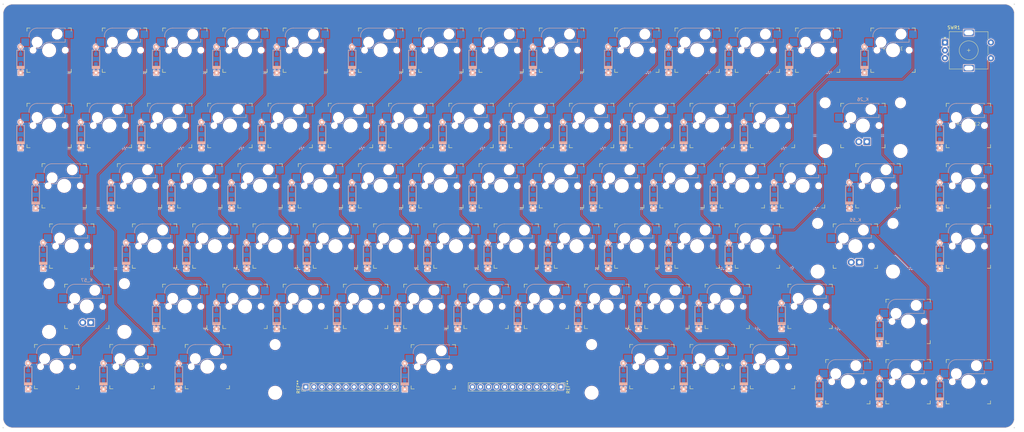
<source format=kicad_pcb>
(kicad_pcb (version 20221018) (generator pcbnew)
  (layers (0 "F.Cu" signal) (31 "B.Cu" signal) (34 "B.Paste" user) (35 "F.Paste" user) (36 "B.SilkS" user "B.Silkscreen") (37 "F.SilkS" user "F.Silkscreen") (38 "B.Mask" user) (39 "F.Mask" user) (44 "Edge.Cuts" user))
  (net 0 "")
  (footprint "MX_ALPS_Hybrid:hotswap mx wdiode" (layer "F.Cu") (at 216.57 238.97)
    (fp_text reference "K_59")
    (fp_text value "KEYSW")
  )
  (footprint "MX_ALPS_Hybrid:hotswap mx wdiode" (layer "F.Cu") (at 197.52 158.0075)
    (fp_text reference "K_2")
    (fp_text value "KEYSW")
  )
  (footprint "MX_ALPS_Hybrid:nothing" (layer "F.Cu") (at 259.9325 182.32 90)
    (fp_text reference "D_18" hide)
    (fp_text value "D")
  )
  (footprint "MX_ALPS_Hybrid:hotswap mx wdiode" (layer "F.Cu") (at 235.62 238.97)
    (fp_text reference "K_60")
    (fp_text value "KEYSW")
  )
  (footprint "MX_ALPS_Hybrid:nothing" (layer "F.Cu") (at 164.6825 158.5075 90)
    (fp_text reference "D_0" hide)
    (fp_text value "D")
  )
  (footprint "MX_ALPS_Hybrid:nothing" (layer "F.Cu") (at 378.995 239.47 90)
    (fp_text reference "D_67" hide)
    (fp_text value "D")
  )
  (footprint "MX_ALPS_Hybrid:hotswap mx wdiode" (layer "F.Cu") (at 395.16375 238.97)
    (fp_text reference "K_68")
    (fp_text value "KEYSW")
  )
  (footprint "MX_ALPS_Hybrid:nothing" (layer "F.Cu") (at 431.3825 158.5075 90)
    (fp_text reference "D_SPACE" hide)
    (fp_text value "D")
  )
  (footprint "MX_ALPS_Hybrid:nothing" (layer "F.Cu") (at 355.1825 258.52 90)
    (fp_text reference "D_75" hide)
    (fp_text value "D")
  )
  (footprint "MX_ALPS_Hybrid:nothing" (layer "F.Cu") (at 307.5575 158.5075 90)
    (fp_text reference "D_7" hide)
    (fp_text value "D")
  )
  (footprint "MX_ALPS_Hybrid:hotswap mx wdiode" (layer "F.Cu") (at 345.1575 258.02)
    (fp_text reference "K_75")
    (fp_text value "KEYSW")
  )
  (footprint "MX_ALPS_Hybrid:nothing" (layer "F.Cu") (at 431.3825 220.42 90)
    (fp_text reference "D_55" hide)
    (fp_text value "D")
  )
  (footprint "MX_ALPS_Hybrid:nothing" (layer "F.Cu") (at 407.57 158.5075 90)
    (fp_text reference "D_12" hide)
    (fp_text value "D")
  )
  (footprint "MX_ALPS_Hybrid:hotswap mx wdiode" (layer "F.Cu") (at 359.445 158.0075)
    (fp_text reference "K_10")
    (fp_text value "KEYSW")
  )
  (footprint "MX_ALPS_Hybrid:hotswap mx wdiode" (layer "F.Cu") (at 316.5825 200.87)
    (fp_text reference "K_36")
    (fp_text value "KEYSW")
  )
  (footprint "MX_ALPS_Hybrid:nothing" (layer "F.Cu") (at 312.32 220.42 90)
    (fp_text reference "D_50" hide)
    (fp_text value "D")
  )
  (footprint "MX_ALPS_Hybrid:nothing" (layer "F.Cu") (at 188.495 158.5075 90)
    (fp_text reference "D_1" hide)
    (fp_text value "D")
  )
  (footprint "MX_ALPS_Hybrid:nothing" (layer "F.Cu") (at 317.0825 182.32 90)
    (fp_text reference "D_21" hide)
    (fp_text value "D")
  )
  (footprint "MX_ALPS_Hybrid:nothing" (layer "F.Cu") (at 278.9825 182.32 90)
    (fp_text reference "D_19" hide)
    (fp_text value "D")
  )
  (footprint "MX_ALPS_Hybrid:hotswap mx wdiode" (layer "F.Cu") (at 445.17 219.92)
    (fp_text reference "K_56")
    (fp_text value "KEYSW")
  )
  (footprint "MX_ALPS_Hybrid:nothing" (layer "F.Cu") (at 217.07 220.42 90)
    (fp_text reference "D_45" hide)
    (fp_text value "D")
  )
  (footprint "MX_ALPS_Hybrid:hotswap mx wdiode" (layer "F.Cu") (at 383.2575 181.82)
    (fp_text reference "K_25")
    (fp_text value "KEYSW")
  )
  (footprint "MX_ALPS_Hybrid:nothing" (layer "F.Cu") (at 369.47 220.42 90)
    (fp_text reference "D_53" hide)
    (fp_text value "D")
  )
  (footprint "MX_ALPS_Hybrid:nothing" (layer "F.Cu") (at 455.195 182.32 90)
    (fp_text reference "D_SPACE2" hide)
    (fp_text value "D")
  )
  (footprint "MX_ALPS_Hybrid:nothing" (layer "F.Cu") (at 331.37 220.42 90)
    (fp_text reference "D_51" hide)
    (fp_text value "D")
  )
  (footprint "MX_ALPS_Hybrid:hotswap mx wdiode" (layer "F.Cu") (at 349.92 238.97)
    (fp_text reference "K_66")
    (fp_text value "KEYSW")
  )
  (footprint "Connector_PinHeader_2.54mm:PinHeader_1x12_P2.54mm_Vertical" (layer "F.Cu") (at 316.39 264.42 -90)
    (fp_text reference "REF**")
    (fp_text value "PinHeader_1x12_P2.54mm_Vertical")
  )
  (footprint "MX_ALPS_Hybrid:nothing" (layer "F.Cu") (at 250.4075 201.37 90)
    (fp_text reference "D_32" hide)
    (fp_text value "D")
  )
  (footprint "MX_ALPS_Hybrid:hotswap mx wdiode" (layer "F.Cu") (at 368.97 238.97)
    (fp_text reference "K_67")
    (fp_text value "KEYSW")
  )
  (footprint "MX_ALPS_Hybrid:nothing" (layer "F.Cu") (at 293.27 220.42 90)
    (fp_text reference "D_49" hide)
    (fp_text value "D")
  )
  (footprint "MX_ALPS_Hybrid:hotswap mx wdiode" (layer "F.Cu") (at 183.2325 200.87)
    (fp_text reference "K_29")
    (fp_text value "KEYSW")
  )
  (footprint "MX_ALPS_Hybrid:nothing" (layer "F.Cu") (at 202.7825 182.32 90)
    (fp_text reference "D_15" hide)
    (fp_text value "D")
  )
  (footprint "MX_ALPS_Hybrid:nothing" (layer "F.Cu") (at 326.6075 201.37 90)
    (fp_text reference "D_36" hide)
    (fp_text value "D")
  )
  (footprint "MX_ALPS_Hybrid:hotswap mx wdiode" (layer "F.Cu") (at 416.595 200.87)
    (fp_text reference "K_41")
    (fp_text value "KEYSW")
  )
  (footprint "MX_ALPS_Hybrid:nothing" (layer "F.Cu") (at 340.895 239.47 90)
    (fp_text reference "D_65" hide)
    (fp_text value "D")
  )
  (footprint "MX_ALPS_Hybrid:nothing" (layer "F.Cu") (at 355.1825 182.32 90)
    (fp_text reference "D_23" hide)
    (fp_text value "D")
  )
  (footprint "MX_ALPS_Hybrid:nothing" (layer "F.Cu") (at 307.5575 201.37 90)
    (fp_text reference "D_35" hide)
    (fp_text value "D")
  )
  (footprint "MX_ALPS_Hybrid:hotswap mx wdiode" (layer "F.Cu") (at 161.80125 219.92)
    (fp_text reference "K_43")
    (fp_text value "KEYSW")
  )
  (footprint "MX_ALPS_Hybrid:hotswap mx wdiode" (layer "F.Cu") (at 330.87 238.97)
    (fp_text reference "K_65")
    (fp_text value "KEYSW")
  )
  (footprint "MX_ALPS_Hybrid:hotswap mx wdiode" (layer "F.Cu") (at 340.395 219.92)
    (fp_text reference "K_52")
    (fp_text value "KEYSW")
  )
  (footprint "MX_ALPS_Hybrid:nothing" (layer "F.Cu") (at 345.6575 201.37 90)
    (fp_text reference "D_37" hide)
    (fp_text value "D")
  )
  (footprint "MX_ALPS_Hybrid:nothing" (layer "F.Cu") (at 269.4575 201.37 90)
    (fp_text reference "D_33" hide)
    (fp_text value "D")
  )
  (footprint "MX_ALPS_Hybrid:nothing" (layer "F.Cu") (at 236.12 220.42 90)
    (fp_text reference "D_46" hide)
    (fp_text value "D")
  )
  (footprint "MX_ALPS_Hybrid:hotswap mx wdiode" (layer "F.Cu") (at 273.72 238.97)
    (fp_text reference "K_62")
    (fp_text value "KEYSW")
  )
  (footprint "MX_ALPS_Hybrid:hotswap mx wdiode" (layer "F.Cu") (at 254.67 238.97)
    (fp_text reference "K_61")
    (fp_text value "KEYSW")
  )
  (footprint "MX_ALPS_Hybrid:hotswap mx wdiode" (layer "F.Cu") (at 340.395 158.0075)
    (fp_text reference "K_9")
    (fp_text value "KEYSW")
  )
  (footprint "MX_ALPS_Hybrid:nothing" (layer "F.Cu") (at 359.945 239.47 90)
    (fp_text reference "D_66" hide)
    (fp_text value "D")
  )
  (footprint "MX_ALPS_Hybrid:nothing" (layer "F.Cu") (at 212.3075 201.37 90)
    (fp_text reference "D_30" hide)
    (fp_text value "D")
  )
  (footprint "MX_ALPS_Hybrid:hotswap mx wdiode" (layer "F.Cu") (at 407.07 262.7825)
    (fp_text reference "K_77")
    (fp_text value "KEYSW")
  )
  (footprint "MX_ALPS_Hybrid:nothing" (layer "F.Cu") (at 198.02 220.42 90)
    (fp_text reference "D_44" hide)
    (fp_text value "D")
  )
  (footprint "MX_ALPS_Hybrid:hotswap mx wdiode" (layer "F.Cu") (at 192.7575 181.82)
    (fp_text reference "K_15")
    (fp_text value "KEYSW")
  )
  (footprint "MX_ALPS_Hybrid:hotswap mx wdiode" (layer "F.Cu") (at 326.1075 181.82)
    (fp_text reference "K_22")
    (fp_text value "KEYSW")
  )
  (footprint "MX_ALPS_Hybrid:nothing" (layer "F.Cu") (at 326.6075 158.5075 90)
    (fp_text reference "D_8" hide)
    (fp_text value "D")
  )
  (footprint "MX_ALPS_Hybrid:hotswap mx wdiode" (layer "F.Cu") (at 292.77 238.97)
    (fp_text reference "K_63")
    (fp_text value "KEYSW")
  )
  (footprint "MX_ALPS_Hybrid:hotswap mx wdiode" (layer "F.Cu") (at 335.6325 200.87)
    (fp_text reference "K_37")
    (fp_text value "KEYSW")
  )
  (footprint "MX_ALPS_Hybrid:nothing" (layer "F.Cu") (at 226.595 239.47 90)
    (fp_text reference "D_59" hide)
    (fp_text value "D")
  )
  (footprint "MX_ALPS_Hybrid:nothing" (layer "F.Cu") (at 393.2825 258.52 90)
    (fp_text reference "D_76" hide)
    (fp_text value "D")
  )
  (footprint "MX_ALPS_Hybrid:nothing" (layer "F.Cu") (at 217.07 258.52 90)
    (fp_text reference "D_73" hide)
    (fp_text value "D")
  )
  (footprint "MX_ALPS_Hybrid:hotswap mx wdiode" (layer "F.Cu") (at 268.9575 181.82)
    (fp_text reference "K_19")
    (fp_text value "KEYSW")
  )
  (footprint "MX_ALPS_Hybrid:nothing" (layer "F.Cu") (at 183.7325 182.32 90)
    (fp_text reference "D_14" hide)
    (fp_text value "D")
  )
  (footprint "MX_ALPS_Hybrid:hotswap mx wdiode" (layer "F.Cu") (at 378.495 158.0075)
    (fp_text reference "K_11")
    (fp_text value "KEYSW")
  )
  (footprint "MX_ALPS_Hybrid:hotswap mx wdiode" (layer "F.Cu") (at 383.2575 258.02)
    (fp_text reference "K_76")
    (fp_text value "KEYSW")
  )
  (footprint "MX_ALPS_Hybrid:nothing" (layer "F.Cu") (at 350.42 158.5075 90)
    (fp_text reference "D_9" hide)
    (fp_text value "D")
  )
  (footprint "MX_ALPS_Hybrid:nothing" (layer "F.Cu") (at 269.4575 158.5075 90)
    (fp_text reference "D_5" hide)
    (fp_text value "D")
  )
  (footprint "MX_ALPS_Hybrid:nothing" (layer "F.Cu") (at 288.5075 201.37 90)
    (fp_text reference "D_34" hide)
    (fp_text value "D")
  )
  (footprint "MX_ALPS_Hybrid:hotswap mx wdiode" (layer "F.Cu") (at 211.8075 181.82)
    (fp_text reference "K_16")
    (fp_text value "KEYSW")
  )
  (footprint "MX_ALPS_Hybrid:hotswap mx wdiode" (layer "F.Cu") (at 202.2825 200.87)
    (fp_text reference "K_30")
    (fp_text value "KEYSW")
  )
  (footprint "MX_ALPS_Hybrid:nothing" (layer "F.Cu") (at 412.3325 239.47 90)
    (fp_text reference "D_68" hide)
    (fp_text value "D")
  )
  (footprint "MX_ALPS_Hybrid:nothing" (layer "F.Cu") (at 245.645 239.47 90)
    (fp_text reference "D_60" hide)
    (fp_text value "D")
  )
  (footprint "MX_ALPS_Hybrid:hotswap mx wdiode" (layer "F.Cu") (at 373.7325 200.87)
    (fp_text reference "K_39")
    (fp_text value "KEYSW")
  )
  (footprint "MX_ALPS_Hybrid:hotswap mx wdiode" (layer "F.Cu") (at 426.12 262.7825)
    (fp_text reference "K_78")
    (fp_text value "KEYSW")
  )
  (footprint "MX_ALPS_Hybrid:nothing" (layer "F.Cu") (at 169.445 258.52 90)
    (fp_text reference "D_71" hide)
    (fp_text value "D")
  )
  (footprint "MX_ALPS_Hybrid:hotswap mx wdiode" (layer "F.Cu") (at 311.82 238.97)
    (fp_text reference "K_64")
    (fp_text value "KEYSW")
  )
  (footprint "MX_ALPS_Hybrid:nothing" (layer "F.Cu") (at 288.5075 158.5075 90)
    (fp_text reference "D_6" hide)
    (fp_text value "D")
  )
  (footprint "MX_ALPS_Hybrid:hotswap mx wdiode" (layer "F.Cu") (at 445.17 262.7825)
    (fp_text reference "K_79")
    (fp_text value "KEYSW")
  )
  (footprint "MX_ALPS_Hybrid:hotswap mx wdiode" (layer "F.Cu") (at 235.62 158.0075)
    (fp_text reference "K_4")
    (fp_text value "KEYSW")
  )
  (footprint "MX_ALPS_Hybrid:nothing" (layer "F.Cu") (at 178.97 220.42 90)
    (fp_text reference "D_43" hide)
    (fp_text value "D")
  )
  (footprint "MX_ALPS_Hybrid:nothing" (layer "F.Cu") (at 350.42 220.42 90)
    (fp_text reference "D_52" hide)
    (fp_text value "D")
  )
  (footprint "MX_ALPS_Hybrid:nothing" (layer "F.Cu") (at 264.695 239.47 90)
    (fp_text reference "D_61" hide)
    (fp_text value "D")
  )
  (footprint "MX_ALPS_Hybrid:nothing" (layer "F.Cu") (at 174.2075 201.37 90)
    (fp_text reference "D_28" hide)
    (fp_text value "D")
  )
  (footprint "MX_ALPS_Hybrid:nothing" (layer "F.Cu") (at 298.0325 182.32 90)
    (fp_text reference "D_20" hide)
    (fp_text value "D")
  )
  (footprint "MX_ALPS_Hybrid:nothing" (layer "F.Cu") (at 431.3825 201.37 90)
    (fp_text reference "D_41" hide)
    (fp_text value "D")
  )
  (footprint "MX_ALPS_Hybrid:nothing" (layer "F.Cu") (at 336.1325 182.32 90)
    (fp_text reference "D_22" hide)
    (fp_text value "D")
  )
  (footprint "MX_ALPS_Hybrid:nothing" (layer "F.Cu") (at 274.22 220.42 90)
    (fp_text reference "D_48" hide)
    (fp_text value "D")
  )
  (footprint "marbastlib-mx:STAB_MX_6.25u" (layer "F.Cu") (at 276.10125 258.02)
    (fp_text reference "K_74" hide)
    (fp_text value "KEYSW")
  )
  (footprint "MX_ALPS_Hybrid:hotswap mx wdiode" (layer "F.Cu") (at 154.6575 181.82)
    (fp_text reference "K_13")
    (fp_text value "KEYSW")
  )
  (footprint "MX_ALPS_Hybrid:nothing" (layer "F.Cu") (at 364.7075 201.37 90)
    (fp_text reference "D_38" hide)
    (fp_text value "D")
  )
  (footprint "MX_ALPS_Hybrid:hotswap mx wdiode" (layer "F.Cu") (at 221.3325 200.87)
    (fp_text reference "K_31")
    (fp_text value "KEYSW")
  )
  (footprint "MX_ALPS_Hybrid:hotswap mx wdiode" (layer "F.Cu") (at 173.7075 181.82)
    (fp_text reference "K_14")
    (fp_text value "KEYSW")
  )
  (footprint "MX_ALPS_Hybrid:hotswap mx wdiode" (layer "F.Cu") (at 359.445 219.92)
    (fp_text reference "K_53")
    (fp_text value "KEYSW")
  )
  (footprint "MX_ALPS_Hybrid:hotswap mx wdiode" (layer "F.Cu") (at 283.245 219.92)
    (fp_text reference "K_49")
    (fp_text value "KEYSW")
  )
  (footprint "MX_ALPS_Hybrid:nothing" (layer "F.Cu") (at 374.2325 182.32 90)
    (fp_text reference "D_24" hide)
    (fp_text value "D")
  )
  (footprint "MX_ALPS_Hybrid:hotswap mx wdiode" (layer "F.Cu") (at 259.4325 158.0075)
    (fp_text reference "K_5")
    (fp_text value "KEYSW")
  )
  (footprint "MX_ALPS_Hybrid:hotswap mx wdiode" (layer "F.Cu") (at 259.4325 200.87)
    (fp_text reference "K_33")
    (fp_text value "KEYSW")
  )
  (footprint "MX_ALPS_Hybrid:hotswap mx wdiode" (layer "F.Cu") (at 249.9075 181.82)
    (fp_text reference "K_18")
    (fp_text value "KEYSW")
  )
  (footprint "MX_ALPS_Hybrid:nothing" (layer "F.Cu") (at 393.2825 182.32 90)
    (fp_text reference "D_25" hide)
    (fp_text value "D")
  )
  (footprint "MX_ALPS_Hybrid:nothing" (layer "F.Cu") (at 193.2575 258.52 90)
    (fp_text reference "D_SPACE3" hide)
    (fp_text value "D")
  )
  (footprint "MX_ALPS_Hybrid:nothing" (layer "F.Cu") (at 188.495 239.47 90)
    (fp_text reference "D_57" hide)
    (fp_text value "D")
  )
  (footprint "MX_ALPS_Hybrid:hotswap mx wdiode" (layer "F.Cu") (at 187.995 219.92)
    (fp_text reference "K_44")
    (fp_text value "KEYSW")
  )
  (footprint "MX_ALPS_Hybrid:hotswap mx wdiode" (layer "F.Cu") (at 180.85125 258.02)
    (fp_text reference "K_SPACE3")
    (fp_text value "KEYSW")
  )
  (footprint "MX_ALPS_Hybrid:nothing" (layer "F.Cu") (at 417.095 263.2825 90)
    (fp_text reference "D_77" hide)
    (fp_text value "D")
  )
  (footprint "MX_ALPS_Hybrid:hotswap mx wdiode" (layer "F.Cu") (at 397.545 158.0075)
    (fp_text reference "K_12")
    (fp_text value "KEYSW")
  )
  (footprint "MX_ALPS_Hybrid:nothing" (layer "F.Cu") (at 388.52 158.5075 90)
    (fp_text reference "D_11" hide)
    (fp_text value "D")
  )
  (footprint "Keebio-Parts:RotaryEncoder_Alps_EC11E-Switch_Vertical_H20mm" (layer "F.Cu") (at 445.28 158.05)
    (fp_text reference "SWR1")
    (fp_text value "Rotary_Encoder_Switch")
  )
  (footprint "MX_ALPS_Hybrid:nothing" (layer "F.Cu") (at 231.3575 201.37 90)
    (fp_text reference "D_31" hide)
    (fp_text value "D")
  )
  (footprint "MX_ALPS_Hybrid:hotswap mx wdiode" (layer "F.Cu") (at 178.47 158.0075)
    (fp_text reference "K_1")
    (fp_text value "KEYSW")
  )
  (footprint "MX_ALPS_Hybrid:nothing" (layer "F.Cu") (at 207.545 158.5075 90)
    (fp_text reference "D_2" hide)
    (fp_text value "D")
  )
  (footprint "MX_ALPS_Hybrid:nothing" (layer "F.Cu") (at 321.845 239.47 90)
    (fp_text reference "D_64" hide)
    (fp_text value "D")
  )
  (footprint "MX_ALPS_Hybrid:hotswap mx wdiode" (layer "F.Cu") (at 226.095 219.92)
    (fp_text reference "K_46")
    (fp_text value "KEYSW")
  )
  (footprint "keyswitches:Kailh_socket_MX_led stab" (layer "F.Cu") (at 166.56375 238.97)
    (fp_text reference "K_57")
    (fp_text value "KEYSW")
  )
  (footprint "MX_ALPS_Hybrid:hotswap mx wdiode" (layer "F.Cu") (at 278.4825 158.0075)
    (fp_text reference "K_6")
    (fp_text value "KEYSW")
  )
  (footprint "MX_ALPS_Hybrid:nothing" (layer "F.Cu") (at 402.8075 201.37 90)
    (fp_text reference "D_40" hide)
    (fp_text value "D")
  )
  (footprint "MX_ALPS_Hybrid:nothing" (layer "F.Cu") (at 455.195 201.37 90)
    (fp_text reference "D_42" hide)
    (fp_text value "D")
  )
  (footprint "MX_ALPS_Hybrid:nothing" (layer "F.Cu") (at 369.47 158.5075 90)
    (fp_text reference "D_10" hide)
    (fp_text value "D")
  )
  (footprint "MX_ALPS_Hybrid:hotswap mx wdiode" (layer "F.Cu") (at 421.3575 158.0075)
    (fp_text reference "K_SPACE")
    (fp_text value "KEYSW")
  )
  (footprint "MX_ALPS_Hybrid:nothing" (layer "F.Cu") (at 221.8325 182.32 90)
    (fp_text reference "D_16" hide)
    (fp_text value "D")
  )
  (footprint "MX_ALPS_Hybrid:hotswap mx wdiode" (layer "F.Cu") (at 216.57 158.0075)
    (fp_text reference "K_3")
    (fp_text value "KEYSW")
  )
  (footprint "MX_ALPS_Hybrid:nothing" (layer "F.Cu") (at 374.2325 258.52 90)
    (fp_text reference "D_SPACE4" hide)
    (fp_text value "D")
  )
  (footprint "MX_ALPS_Hybrid:hotswap mx wdiode" (layer "F.Cu") (at 159.42 200.87)
    (fp_text reference "K_28")
    (fp_text value "KEYSW")
  )
  (footprint "MX_ALPS_Hybrid:nothing" (layer "F.Cu") (at 302.795 239.47 90)
    (fp_text reference "D_63" hide)
    (fp_text value "D")
  )
  (footprint "MX_ALPS_Hybrid:hotswap mx wdiode" (layer "F.Cu") (at 364.2075 258.02)
    (fp_text reference "K_SPACE4")
    (fp_text value "KEYSW")
  )
  (footprint "MX_ALPS_Hybrid:hotswap mx wdiode" (layer "F.Cu") (at 321.345 219.92)
    (fp_text reference "K_51")
    (fp_text value "KEYSW")
  )
  (footprint "MX_ALPS_Hybrid:nothing" (layer "F.Cu") (at 336.1325 258.52 90)
    (fp_text reference "D_74" hide)
    (fp_text value "D")
  )
  (footprint "MX_ALPS_Hybrid:hotswap mx wdiode" (layer "F.Cu") (at 445.17 200.87)
    (fp_text reference "K_42")
    (fp_text value "KEYSW")
  )
  (footprint "MX_ALPS_Hybrid:nothing" (layer "F.Cu") (at 240.8825 182.32 90)
    (fp_text reference "D_17" hide)
    (fp_text value "D")
  )
  (footprint "MX_ALPS_Hybrid:nothing" (layer "F.Cu") (at 164.6825 182.32 90)
    (fp_text reference "D_13" hide)
    (fp_text value "D")
  )
  (footprint "MX_ALPS_Hybrid:nothing" (layer "F.Cu") (at 226.595 158.5075 90)
    (fp_text reference "D_3" hide)
    (fp_text value "D")
  )
  (footprint "MX_ALPS_Hybrid:hotswap mx wdiode" (layer "F.Cu") (at 354.6825 200.87)
    (fp_text reference "K_38")
    (fp_text value "KEYSW")
  )
  (footprint "MX_ALPS_Hybrid:hotswap mx wdiode" (layer "F.Cu") (at 288.0075 181.82)
    (fp_text reference "K_20")
    (fp_text value "KEYSW")
  )
  (footprint "MX_ALPS_Hybrid:nothing" (layer "F.Cu") (at 455.195 220.42 90)
    (fp_text reference "D_56" hide)
    (fp_text value "D")
  )
  (footprint "MX_ALPS_Hybrid:hotswap mx wdiode" (layer "F.Cu") (at 276.07 258.06)
    (fp_text reference "REF**")
    (fp_text value "hotswap mx wdiode")
  )
  (footprint "keyswitches:Kailh_socket_MX_led stab" (layer "F.Cu") (at 411.8325 181.82)
    (fp_text reference "K_26")
    (fp_text value "KEYSW")
  )
  (footprint "MX_ALPS_Hybrid:hotswap mx wdiode" (layer "F.Cu") (at 302.295 219.92)
    (fp_text reference "K_50")
    (fp_text value "KEYSW")
  )
  (footprint "MX_ALPS_Hybrid:nothing" (layer "F.Cu") (at 431.3825 182.32 90)
    (fp_text reference "D_26" hide)
    (fp_text value "D")
  )
  (footprint "MX_ALPS_Hybrid:hotswap mx wdiode" (layer "F.Cu") (at 345.1575 181.82)
    (fp_text reference "K_23")
    (fp_text value "KEYSW")
  )
  (footprint "MX_ALPS_Hybrid:nothing" (layer "F.Cu") (at 193.2575 201.37 90)
    (fp_text reference "D_29" hide)
    (fp_text value "D")
  )
  (footprint "MX_ALPS_Hybrid:nothing" (layer "F.Cu") (at 455.195 263.2825 90)
    (fp_text reference "D_79" hide)
    (fp_text value "D")
  )
  (footprint "MX_ALPS_Hybrid:hotswap mx wdiode" (layer "F.Cu") (at 378.495 219.92)
    (fp_text reference "K_54")
    (fp_text value "KEYSW")
  )
  (footprint "MX_ALPS_Hybrid:hotswap mx wdiode" (layer "F.Cu") (at 364.2075 181.82)
    (fp_text reference "K_24")
    (fp_text value "KEYSW")
  )
  (footprint "MX_ALPS_Hybrid:hotswap mx wdiode" (layer "F.Cu") (at 297.5325 200.87)
    (fp_text reference "K_35")
    (fp_text value "KEYSW")
  )
  (footprint "MX_ALPS_Hybrid:hotswap mx wdiode" (layer "F.Cu") (at 157.03875 258.02)
    (fp_text reference "K_71")
    (fp_text value "KEYSW")
  )
  (footprint "MX_ALPS_Hybrid:hotswap mx wdiode" (layer "F.Cu") (at 426.12 243.7325)
    (fp_text reference "K_69")
    (fp_text value "KEYSW")
  )
  (footprint "MX_ALPS_Hybrid:hotswap mx wdiode" (layer "F.Cu") (at 204.66375 258.02)
    (fp_text reference "K_73")
    (fp_text value "KEYSW")
  )
  (footprint "MX_ALPS_Hybrid:hotswap mx wdiode" (layer "F.Cu") (at 264.195 219.92)
    (fp_text reference "K_48")
    (fp_text value "KEYSW")
  )
  (footprint "MX_ALPS_Hybrid:hotswap mx wdiode" (layer "F.Cu") (at 307.0575 181.82)
    (fp_text reference "K_21")
    (fp_text value "KEYSW")
  )
  (footprint "MX_ALPS_Hybrid:nothing" (layer "F.Cu") (at 383.7575 201.37 90)
    (fp_text reference "D_39" hide)
    (fp_text value "D")
  )
  (footprint "MX_ALPS_Hybrid:hotswap mx wdiode" (layer "F.Cu") (at 278.4825 200.87)
    (fp_text reference "K_34")
    (fp_text value "KEYSW")
  )
  (footprint "MX_ALPS_Hybrid:nothing" (layer "F.Cu") (at 283.745 239.47 90)
    (fp_text reference "D_62" hide)
    (fp_text value "D")
  )
  (footprint "Connector_PinHeader_2.54mm:PinHeader_1x12_P2.54mm_Vertical" (layer "F.Cu") (at 235.785 264.42 90)
    (fp_text reference "REF**")
    (fp_text value "PinHeader_1x12_P2.54mm_Vertical")
  )
  (footprint "MX_ALPS_Hybrid:nothing" (layer "F.Cu") (at 436.145 244.2325 90)
    (fp_text reference "D_69" hide)
    (fp_text value "D")
  )
  (footprint "MX_ALPS_Hybrid:nothing" (layer "F.Cu") (at 436.145 263.2825 90)
    (fp_text reference "D_78" hide)
    (fp_text value "D")
  )
  (footprint "MX_ALPS_Hybrid:hotswap mx wdiode" (layer "F.Cu") (at 154.6575 158.0075)
    (fp_text reference "K_0")
    (fp_text value "KEYSW")
  )
  (footprint "MX_ALPS_Hybrid:hotswap mx wdiode" (layer "F.Cu") (at 445.17 181.82)
    (fp_text reference "K_SPACE2")
    (fp_text value "KEYSW")
  )
  (footprint "MX_ALPS_Hybrid:hotswap mx wdiode" (layer "F.Cu") (at 197.52 238.97)
    (fp_text reference "K_58")
    (fp_text value "KEYSW")
  )
  (footprint "MX_ALPS_Hybrid:hotswap mx wdiode" (layer "F.Cu") (at 240.3825 200.87)
    (fp_text reference "K_32")
    (fp_text value "KEYSW")
  )
  (footprint "MX_ALPS_Hybrid:hotswap mx wdiode" (layer "F.Cu") (at 230.8575 181.82)
    (fp_text reference "K_17")
    (fp_text value "KEYSW")
  )
  (footprint "MX_ALPS_Hybrid:hotswap mx wdiode" (layer "F.Cu") (at 297.5325 158.0075)
    (fp_text reference "K_7")
    (fp_text value "KEYSW")
  )
  (footprint "MX_ALPS_Hybrid:nothing" (layer "F.Cu") (at 207.545 239.47 90)
    (fp_text reference "D_58" hide)
    (fp_text value "D")
  )
  (footprint "MX_ALPS_Hybrid:hotswap mx wdiode" (layer "F.Cu") (at 316.5825 158.0075)
    (fp_text reference "K_8")
    (fp_text value "KEYSW")
  )
  (footprint "keyswitches:Kailh_socket_MX_led stab" (layer "F.Cu") (at 409.45125 219.92)
    (fp_text reference "K_55")
    (fp_text value "KEYSW")
  )
  (footprint "MX_ALPS_Hybrid:nothing" (layer "F.Cu") (at 388.52 220.42 90)
    (fp_text reference "D_54" hide)
    (fp_text value "D")
  )
  (footprint "MX_ALPS_Hybrid:nothing" (layer "F.Cu") (at 245.645 158.5075 90)
    (fp_text reference "D_4" hide)
    (fp_text value "D")
  )
  (footprint "MX_ALPS_Hybrid:nothing" (layer "F.Cu") (at 255.17 220.42 90)
    (fp_text reference "D_47" hide)
    (fp_text value "D")
  )
  (footprint "MX_ALPS_Hybrid:hotswap mx wdiode" (layer "F.Cu") (at 207.045 219.92)
    (fp_text reference "K_45")
    (fp_text value "KEYSW")
  )
  (footprint "MX_ALPS_Hybrid:hotswap mx wdiode" (layer "F.Cu") (at 245.145 219.92)
    (fp_text reference "K_47")
    (fp_text value "KEYSW")
  )
  (footprint "MX_ALPS_Hybrid:hotswap mx wdiode" (layer "F.Cu") (at 392.7825 200.87)
    (fp_text reference "K_40")
    (fp_text value "KEYSW")
  )
  (gr_arc (start 459.695 143.4825) (mid 459.695 143.4825) (end 459.695 143.4825) (stroke (width 0.2)) (layer "Edge.Cuts"))
  (gr_arc (start 456.695 143.4825) (mid 458.81632 144.36118) (end 459.695 146.4825) (stroke (width 0.1)) (layer "Edge.Cuts"))
  (gr_line (start 143.1325 143.4825) (end 456.695 143.4825) (stroke (width 0.1)) (layer "Edge.Cuts"))
  (gr_line (start 140.1325 274.3075) (end 140.1325 146.4825) (stroke (width 0.1)) (layer "Edge.Cuts"))
  (gr_arc (start 140.1325 146.4825) (mid 141.01118 144.36118) (end 143.1325 143.4825) (stroke (width 0.1)) (layer "Edge.Cuts"))
  (gr_arc (start 140.1325 143.4825) (mid 140.1325 143.4825) (end 140.1325 143.4825) (stroke (width 0.2)) (layer "Edge.Cuts"))
  (gr_line (start 456.695 277.3075) (end 143.1325 277.3075) (stroke (width 0.1)) (layer "Edge.Cuts"))
  (gr_arc (start 143.1325 277.3075) (mid 141.01118 276.42882) (end 140.1325 274.3075) (stroke (width 0.1)) (layer "Edge.Cuts"))
  (gr_arc (start 459.695 274.3075) (mid 458.81632 276.42882) (end 456.695 277.3075) (stroke (width 0.1)) (layer "Edge.Cuts"))
  (gr_arc (start 459.695 277.3075) (mid 459.695 277.3075) (end 459.695 277.3075) (stroke (width 0.2)) (layer "Edge.Cuts"))
  (gr_line (start 459.695 146.4825) (end 459.695 274.3075) (stroke (width 0.1)) (layer "Edge.Cuts"))
  (gr_arc (start 140.1325 277.3075) (mid 140.1325 277.3075) (end 140.1325 277.3075) (stroke (width 0.2)) (layer "Edge.Cuts"))
  (segment (start 221.65 261.25) (end 217.75 265.15) (width 0.25) (layer "F.Cu") (net 0))
  (segment (start 426.09 227.05) (end 436.16 227.05) (width 0.25) (layer "F.Cu") (net 0))
  (segment (start 394.3125 269.9125) (end 398.06 269.9125) (width 0.25) (layer "F.Cu") (net 0))
  (segment (start 389.55 265.15) (end 394.3125 269.9125) (width 0.25) (layer "F.Cu") (net 0))
  (segment (start 389.25 188.95) (end 393.17 185.03) (width 0.25) (layer "F.Cu") (net 0))
  (segment (start 393.22 223.09) (end 422.13 223.09) (width 0.25) (layer "F.Cu") (net 0))
  (segment (start 333.92 265.15) (end 330.02 261.25) (width 0.25) (layer "F.Cu") (net 0))
  (segment (start 430.27 188.95) (end 436.16 188.95) (width 0.25) (layer "F.Cu") (net 0))
  (segment (start 398.06 269.9125) (end 436.16 269.9125) (width 0.25) (layer "F.Cu") (net 0))
  (segment (start 374.2475 265.15) (end 389.55 265.15) (width 0.25) (layer "F.Cu") (net 0))
  (segment (start 426.35 185.03) (end 430.27 188.95) (width 0.25) (layer "F.Cu") (net 0))
  (segment (start 393.17 185.03) (end 426.35 185.03) (width 0.25) (layer "F.Cu") (net 0))
  (segment (start 374.2475 265.15) (end 336.1475 265.15) (width 0.25) (layer "F.Cu") (net 0))
  (segment (start 330.02 261.25) (end 221.65 261.25) (width 0.25) (layer "F.Cu") (net 0))
  (segment (start 369.485 227.05) (end 389.26 227.05) (width 0.25) (layer "F.Cu") (net 0))
  (segment (start 188.51 246.1) (end 386.15375 246.1) (width 0.25) (layer "F.Cu") (net 0))
  (segment (start 145.6475 188.95) (end 374.2475 188.95) (width 0.25) (layer "F.Cu") (net 0))
  (segment (start 389.26 227.05) (end 393.22 223.09) (width 0.25) (layer "F.Cu") (net 0))
  (segment (start 150.41 208) (end 436.16 208) (width 0.25) (layer "F.Cu") (net 0))
  (segment (start 217.75 265.15) (end 148.02875 265.15) (width 0.25) (layer "F.Cu") (net 0))
  (segment (start 374.2475 188.95) (end 389.25 188.95) (width 0.25) (layer "F.Cu") (net 0))
  (segment (start 422.13 223.09) (end 426.09 227.05) (width 0.25) (layer "F.Cu") (net 0))
  (segment (start 412.3475 246.1) (end 417.11 250.8625) (width 0.25) (layer "F.Cu") (net 0))
  (segment (start 336.1475 265.15) (end 333.92 265.15) (width 0.25) (layer "F.Cu") (net 0))
  (segment (start 369.485 227.05) (end 152.79125 227.05) (width 0.25) (layer "F.Cu") (net 0))
  (segment (start 145.6475 165.1375) (end 412.3475 165.1375) (width 0.25) (layer "F.Cu") (net 0))
  (segment (start 386.15375 246.1) (end 412.3475 246.1) (width 0.25) (layer "F.Cu") (net 0))
  (segment (start 222.86 152.9275) (end 222.86 171.9775) (width 0.25) (layer "B.Cu") (net 0))
  (segment (start 172.85375 233.89) (end 172.85375 243.415) (width 0.25) (layer "B.Cu") (net 0))
  (segment (start 246.6725 210.0775) (end 251.435 214.84) (width 0.25) (layer "B.Cu") (net 0))
  (segment (start 284.7725 195.79) (end 284.7725 210.0775) (width 0.25) (layer "B.Cu") (net 0))
  (segment (start 424.32 167.215) (end 427.6475 163.8875) (width 0.25) (layer "B.Cu") (net 0))
  (segment (start 348.32 229.57) (end 353.22 229.57) (width 0.25) (layer "B.Cu") (net 0))
  (segment (start 280.01 233.89) (end 280.01 250.63) (width 0.25) (layer "B.Cu") (net 0))
  (segment (start 232.385 214.84) (end 232.385 226.235) (width 0.25) (layer "B.Cu") (net 0))
  (segment (start 318.11 233.89) (end 318.11 232.12) (width 0.25) (layer "B.Cu") (net 0))
  (segment (start 221.57 230.25) (end 222.86 231.54) (width 0.25) (layer "B.Cu") (net 0))
  (segment (start 265.7225 210.0775) (end 270.485 214.84) (width 0.25) (layer "B.Cu") (net 0))
  (segment (start 401.4 233.89) (end 398.53 231.02) (width 0.25) (layer "B.Cu") (net 0))
  (segment (start 336.63 230.19) (end 337.16 230.72) (width 0.25) (layer "B.Cu") (net 0))
  (segment (start 213.335 214.84) (end 213.335 226.545) (width 0.25) (layer "B.Cu") (net 0))
  (segment (start 298.36 230.45) (end 299.06 231.15) (width 0.25) (layer "B.Cu") (net 0))
  (segment (start 398.53 231.02) (end 393.73 231.02) (width 0.25) (layer "B.Cu") (net 0))
  (segment (start 170.12 197.41) (end 170.12 209.42) (width 0.25) (layer "B.Cu") (net 0))
  (segment (start 341.9225 195.79) (end 341.9225 210.0775) (width 0.25) (layer "B.Cu") (net 0))
  (segment (start 432.41 232.8) (end 432.41 238.6525) (width 0.25) (layer "B.Cu") (net 0))
  (segment (start 237.1475 186.265) (end 227.6225 195.79) (width 0.25) (layer "B.Cu") (net 0))
  (segment (start 227.6225 195.79) (end 227.6225 210.0775) (width 0.25) (layer "B.Cu") (net 0))
  (segment (start 218.0975 186.265) (end 208.5725 195.79) (width 0.25) (layer "B.Cu") (net 0))
  (segment (start 175.72 238.14) (end 182.5 244.92) (width 0.25) (layer "B.Cu") (net 0))
  (segment (start 360.9725 210.0775) (end 365.735 214.84) (width 0.25) (layer "B.Cu") (net 0))
  (segment (start 208.5725 210.0775) (end 213.335 214.84) (width 0.25) (layer "B.Cu") (net 0))
  (segment (start 400.815 167.215) (end 424.32 167.215) (width 0.25) (layer "B.Cu") (net 0))
  (segment (start 182.63 244.92) (end 187.14125 249.43125) (width 0.25) (layer "B.Cu") (net 0))
  (segment (start 284.7725 210.0775) (end 289.535 214.84) (width 0.25) (layer "B.Cu") (net 0))
  (segment (start 280.01 231.96) (end 280.01 233.89) (width 0.25) (layer "B.Cu") (net 0))
  (segment (start 172.85375 243.415) (end 163.32875 252.94) (width 0.25) (layer "B.Cu") (net 0))
  (segment (start 289.535 214.84) (end 289.535 227.035) (width 0.25) (layer "B.Cu") (net 0))
  (segment (start 208.5725 195.79) (end 208.5725 210.0775) (width 0.25) (layer "B.Cu") (net 0))
  (segment (start 337.16 233.89) (end 337.16 245.68) (width 0.25) (layer "B.Cu") (net 0))
  (segment (start 203.81 245.79625) (end 210.95375 252.94) (width 0.25) (layer "B.Cu") (net 0))
  (segment (start 327.635 227.225) (end 330.6 230.19) (width 0.25) (layer "B.Cu") (net 0))
  (segment (start 369.55 229.44) (end 370.81 229.44) (width 0.25) (layer "B.Cu") (net 0))
  (segment (start 381.87 249.42) (end 387.4 249.42) (width 0.25) (layer "B.Cu") (net 0))
  (segment (start 346.685 227.935) (end 348.32 229.57) (width 0.25) (layer "B.Cu") (net 0))
  (segment (start 284.7725 152.9275) (end 284.7725 167.215) (width 0.25) (layer "B.Cu") (net 0))
  (segment (start 365.735 152.9275) (end 365.735 162.4525) (width 0.25) (layer "B.Cu") (net 0))
  (segment (start 175.72 215.12) (end 175.72 238.14) (width 0.25) (layer "B.Cu") (net 0))
  (segment (start 179.9975 187.5325) (end 170.12 197.41) (width 0.25) (layer "B.Cu") (net 0))
  (segment (start 341.4 249.92) (end 350.71 249.92) (width 0.25) (layer "B.Cu") (net 0))
  (segment (start 294.2975 186.265) (end 284.7725 195.79) (width 0.25) (layer "B.Cu") (net 0))
  (segment (start 422.885 195.79) (end 422.885 207.69625) (width 0.25) (layer "B.Cu") (net 0))
  (segment (start 199.0475 176.74) (end 199.0475 186.265) (width 0.25) (layer "B.Cu") (net 0))
  (segment (start 312.3 231.33) (end 308.585 227.615) (width 0.25) (layer "B.Cu") (net 0))
  (segment (start 170.07 209.47) (end 175.72 215.12) (width 0.25) (layer "B.Cu") (net 0))
  (segment (start 401.45375 233.89) (end 401.4 233.89) (width 0.25) (layer "B.Cu") (net 0))
  (segment (start 194.285 214.84) (end 194.285 226.545) (width 0.25) (layer "B.Cu") (net 0))
  (segment (start 303.8225 195.79) (end 303.8225 210.0775) (width 0.25) (layer "B.Cu") (net 0))
  (segment (start 365.735 225.625) (end 369.55 229.44) (width 0.25) (layer "B.Cu") (net 0))
  (segment (start 401.45375 243.69375) (end 413.36 255.6) (width 0.25) (layer "B.Cu") (net 0))
  (segment (start 351.4475 176.74) (end 351.4475 186.265) (width 0.25) (layer "B.Cu") (net 0))
  (segment (start 384.785 222.075) (end 384.785 214.84) (width 0.25) (layer "B.Cu") (net 0))
  (segment (start 168.09125 229.1275) (end 172.85375 233.89) (width 0.25) (layer "B.Cu") (net 0))
  (segment (start 369.3 249.92) (end 370.4975 251.1175) (width 0.25) (layer "B.Cu") (net 0))
  (segment (start 160.9475 152.9275) (end 160.9475 191.0275) (width 0.25) (layer "B.Cu") (net 0))
  (segment (start 322.8725 195.79) (end 322.8725 210.0775) (width 0.25) (layer "B.Cu") (net 0))
  (segment (start 356.21 233.89) (end 356.21 246.5) (width 0.25) (layer "B.Cu") (net 0))
  (segment (start 294.2975 176.74) (end 294.2975 186.265) (width 0.25) (layer "B.Cu") (net 0))
  (segment (start 256.1975 186.265) (end 246.6725 195.79) (width 0.25) (layer "B.Cu") (net 0))
  (segment (start 396.68 171.35) (end 400.815 167.215) (width 0.25) (layer "B.Cu") (net 0))
  (segment (start 203.81 231.54) (end 203.81 233.89) (width 0.25) (layer "B.Cu") (net 0))
  (segment (start 451.46 161.37) (end 452.28 160.55) (width 0.25) (layer "B.Cu") (net 0))
  (segment (start 184.76 171.9775) (end 179.9975 176.74) (width 0.25) (layer "B.Cu") (net 0))
  (segment (start 165.71 195.79) (end 165.71 212.45875) (width 0.25) (layer "B.Cu") (net 0))
  (segment (start 384.785 162.4525) (end 370.4975 176.74) (width 0.25) (layer "B.Cu") (net 0))
  (segment (start 202.36 230.09) (end 203.81 231.54) (width 0.25) (layer "B.Cu") (net 0))
  (segment (start 270.485 214.84) (end 270.485 226.955) (width 0.25) (layer "B.Cu") (net 0))
  (segment (start 270.485 226.955) (end 274.86 231.33) (width 0.25) (layer "B.Cu") (net 0))
  (segment (start 322.8725 152.9275) (end 322.8725 167.215) (width 0.25) (layer "B.Cu") (net 0))
  (segment (start 332.3975 176.74) (end 332.3975 186.265) (width 0.25) (layer "B.Cu") (net 0))
  (segment (start 222.86 171.9775) (end 218.0975 176.74) (width 0.25) (layer "B.Cu") (net 0))
  (segment (start 370.4975 176.74) (end 370.4975 186.265) (width 0.25) (layer "B.Cu") (net 0))
  (segment (start 237.1475 176.74) (end 237.1475 186.265) (width 0.25) (layer "B.Cu") (net 0))
  (segment (start 303.8225 167.215) (end 294.2975 176.74) (width 0.25) (layer "B.Cu") (net 0))
  (segment (start 351.4475 186.265) (end 341.9225 195.79) (width 0.25) (layer "B.Cu") (net 0))
  (segment (start 322.8725 167.215) (end 313.3475 176.74) (width 0.25) (layer "B.Cu") (net 0))
  (segment (start 284.7725 167.215) (end 275.2475 176.74) (width 0.25) (layer "B.Cu") (net 0))
  (segment (start 299.06 231.15) (end 299.06 233.89) (width 0.25) (layer "B.Cu") (net 0))
  (segment (start 451.46 176.74) (end 451.46 257.7025) (width 0.25) (layer "B.Cu") (net 0))
  (segment (start 451.46 176.74) (end 451.46 161.37) (width 0.25) (layer "B.Cu") (net 0))
  (segment (start 356.21 246.5) (end 359.63 249.92) (width 0.25) (layer "B.Cu") (net 0))
  (segment (start 388.28 251.6725) (end 389.5475 252.94) (width 0.25) (layer "B.Cu") (net 0))
  (segment (start 232.385 226.235) (end 236.4 230.25) (width 0.25) (layer "B.Cu") (net 0))
  (segment (start 170.12 209.42) (end 170.07 209.47) (width 0.25) (layer "B.Cu") (net 0))
  (segment (start 389.5475 176.74) (end 389.5475 186.265) (width 0.25) (layer "B.Cu") (net 0))
  (segment (start 389.5475 186.265) (end 380.0225 195.79) (width 0.25) (layer "B.Cu") (net 0))
  (segment (start 422.885 207.69625) (end 415.74125 214.84) (width 0.25) (layer "B.Cu") (net 0))
  (segment (start 203.81 152.9275) (end 203.81 171.9775) (width 0.25) (layer "B.Cu") (net 0))
  (segment (start 388.28 250.3) (end 388.28 251.6725) (width 0.25) (layer "B.Cu") (net 0))
  (segment (start 236.4 230.25) (end 240.28 230.25) (width 0.25) (layer "B.Cu") (net 0))
  (segment (start 194.285 226.545) (end 197.83 230.09) (width 0.25) (layer "B.Cu") (net 0))
  (segment (start 418.1225 191.0275) (end 422.885 195.79) (width 0.25) (layer "B.Cu") (net 0))
  (segment (start 322.8725 210.0775) (end 327.635 214.84) (width 0.25) (layer "B.Cu") (net 0))
  (segment (start 370.4975 186.265) (end 360.9725 195.79) (width 0.25) (layer "B.Cu") (net 0))
  (segment (start 375.26 233.89) (end 375.26 242.81) (width 0.25) (layer "B.Cu") (net 0))
  (segment (start 360.9725 195.79) (end 360.9725 210.0775) (width 0.25) (layer "B.Cu") (net 0))
  (segment (start 265.7225 152.9275) (end 265.7225 167.215) (width 0.25) (layer "B.Cu") (net 0))
  (segment (start 160.9475 191.0275) (end 165.71 195.79) (width 0.25) (layer "B.Cu") (net 0))
  (segment (start 303.8225 152.9275) (end 303.8225 167.215) (width 0.25) (layer "B.Cu") (net 0))
  (segment (start 418.1225 176.74) (end 418.1225 191.0275) (width 0.25) (layer "B.Cu") (net 0))
  (segment (start 399.0725 195.79) (end 399.0725 192.8525) (width 0.25) (layer "B.Cu") (net 0))
  (segment (start 165.71 212.45875) (end 168.09125 214.84) (width 0.25) (layer "B.Cu") (net 0))
  (segment (start 387.4 249.42) (end 388.28 250.3) (width 0.25) (layer "B.Cu") (net 0))
  (segment (start 217.04 230.25) (end 221.57 230.25) (width 0.25) (layer "B.Cu") (net 0))
  (segment (start 375.26 242.81) (end 381.87 249.42) (width 0.25) (layer "B.Cu") (net 0))
  (segment (start 240.28 230.25) (end 241.91 231.88) (width 0.25) (layer "B.Cu") (net 0))
  (segment (start 413.36 255.6) (end 413.36 257.7025) (width 0.25) (layer "B.Cu") (net 0))
  (segment (start 265.7225 167.215) (end 256.1975 176.74) (width 0.25) (layer "B.Cu") (net 0))
  (segment (start 199.0475 186.265) (end 189.5225 195.79) (width 0.25) (layer "B.Cu") (net 0))
  (segment (start 251.435 214.84) (end 251.435 227.265) (width 0.25) (layer "B.Cu") (net 0))
  (segment (start 393.73 231.02) (end 384.785 222.075) (width 0.25) (layer "B.Cu") (net 0))
  (segment (start 403.835 152.9275) (end 403.835 162.4525) (width 0.25) (layer "B.Cu") (net 0))
  (segment (start 308.585 227.615) (end 308.585 214.84) (width 0.25) (layer "B.Cu") (net 0))
  (segment (start 246.6725 195.79) (end 246.6725 210.0775) (width 0.25) (layer "B.Cu") (net 0))
  (segment (start 197.83 230.09) (end 202.36 230.09) (width 0.25) (layer "B.Cu") (net 0))
  (segment (start 241.91 152.9275) (end 241.91 171.9775) (width 0.25) (layer "B.Cu") (net 0))
  (segment (start 251.435 227.265) (end 254.62 230.45) (width 0.25) (layer "B.Cu") (net 0))
  (segment (start 303.8225 210.0775) (end 308.585 214.84) (width 0.25) (layer "B.Cu") (net 0))
  (segment (start 241.91 231.88) (end 241.91 233.89) (width 0.25) (layer "B.Cu") (net 0))
  (segment (start 275.2475 186.265) (end 265.7225 195.79) (width 0.25) (layer "B.Cu") (net 0))
  (segment (start 353.22 229.57) (end 356.21 232.56) (width 0.25) (layer "B.Cu") (net 0))
  (segment (start 337.16 230.72) (end 337.16 233.89) (width 0.25) (layer "B.Cu") (net 0))
  (segment (start 350.71 249.92) (end 351.4475 250.6575) (width 0.25) (layer "B.Cu") (net 0))
  (segment (start 218.0975 176.74) (end 218.0975 186.265) (width 0.25) (layer "B.Cu") (net 0))
  (segment (start 256.1975 176.74) (end 256.1975 186.265) (width 0.25) (layer "B.Cu") (net 0))
  (segment (start 227.6225 210.0775) (end 232.385 214.84) (width 0.25) (layer "B.Cu") (net 0))
  (segment (start 346.685 214.84) (end 346.685 227.935) (width 0.25) (layer "B.Cu") (net 0))
  (segment (start 203.81 233.89) (end 203.81 245.79625) (width 0.25) (layer "B.Cu") (net 0))
  (segment (start 396.68 190.46) (end 396.68 171.35) (width 0.25) (layer "B.Cu") (net 0))
  (segment (start 370.4975 251.1175) (end 370.4975 252.94) (width 0.25) (layer "B.Cu") (net 0))
  (segment (start 254.62 230.45) (end 258.77 230.45) (width 0.25) (layer "B.Cu") (net 0))
  (segment (start 330.6 230.19) (end 336.63 230.19) (width 0.25) (layer "B.Cu") (net 0))
  (segment (start 370.81 229.44) (end 375.26 233.89) (width 0.25) (layer "B.Cu") (net 0))
  (segment (start 313.3475 176.74) (end 313.3475 186.265) (width 0.25) (layer "B.Cu") (net 0))
  (segment (start 258.77 230.45) (end 260.96 232.64) (width 0.25) (layer "B.Cu") (net 0))
  (segment (start 184.76 152.9275) (end 184.76 171.9775) (width 0.25) (layer "B.Cu") (net 0))
  (segment (start 365.735 162.4525) (end 351.4475 176.74) (width 0.25) (layer "B.Cu") (net 0))
  (segment (start 168.09125 214.84) (end 168.09125 229.1275) (width 0.25) (layer "B.Cu") (net 0))
  (segment (start 346.685 152.9275) (end 346.685 162.4525) (width 0.25) (layer "B.Cu") (net 0))
  (segment (start 351.4475 250.6575) (end 351.4475 252.94) (width 0.25) (layer "B.Cu") (net 0))
  (segment (start 399.0725 192.8525) (end 396.68 190.46) (width 0.25) (layer "B.Cu") (net 0))
  (segment (start 318.11 232.12) (end 317.32 231.33) (width 0.25) (layer "B.Cu") (net 0))
  (segment (start 179.9975 176.74) (end 179.9975 187.5325) (width 0.25) (layer "B.Cu") (net 0))
  (segment (start 399.0725 195.79) (end 399.0725 205.9075) (width 0.25) (layer "B.Cu") (net 0))
  (segment (start 399.0725 205.9075) (end 390.14 214.84) (width 0.25) (layer "B.Cu") (net 0))
  (segment (start 260.96 232.64) (end 260.96 233.89) (width 0.25) (layer "B.Cu") (net 0))
  (segment (start 432.41 238.6525) (end 432.41 257.7025) (width 0.25) (layer "B.Cu") (net 0))
  (segment (start 403.835 162.4525) (end 389.5475 176.74) (width 0.25) (layer "B.Cu") (net 0))
  (segment (start 427.6475 163.8875) (end 427.6475 152.9275) (width 0.25) (layer "B.Cu") (net 0))
  (segment (start 265.7225 195.79) (end 265.7225 210.0775) (width 0.25) (layer "B.Cu") (net 0))
  (segment (start 365.735 214.84) (end 365.735 225.625) (width 0.25) (layer "B.Cu") (net 0))
  (segment (start 415.74125 214.84) (end 415.74125 216.13125) (width 0.25) (layer "B.Cu") (net 0))
  (segment (start 313.3475 186.265) (end 303.8225 195.79) (width 0.25) (layer "B.Cu") (net 0))
  (segment (start 292.95 230.45) (end 298.36 230.45) (width 0.25) (layer "B.Cu") (net 0))
  (segment (start 401.45375 233.89) (end 401.45375 243.69375) (width 0.25) (layer "B.Cu") (net 0))
  (segment (start 203.81 171.9775) (end 199.0475 176.74) (width 0.25) (layer "B.Cu") (net 0))
  (segment (start 390.14 214.84) (end 384.785 214.84) (width 0.25) (layer "B.Cu") (net 0))
  (segment (start 222.86 231.54) (end 222.86 233.89) (width 0.25) (layer "B.Cu") (net 0))
  (segment (start 359.63 249.92) (end 369.3 249.92) (width 0.25) (layer "B.Cu") (net 0))
  (segment (start 274.86 231.33) (end 279.38 231.33) (width 0.25) (layer "B.Cu") (net 0))
  (segment (start 384.785 152.9275) (end 384.785 162.4525) (width 0.25) (layer "B.Cu") (net 0))
  (segment (start 415.74125 216.13125) (end 432.41 232.8) (width 0.25) (layer "B.Cu") (net 0))
  (segment (start 280.01 250.63) (end 282.36 252.98) (width 0.25) (layer "B.Cu") (net 0))
  (segment (start 189.5225 210.0775) (end 194.285 214.84) (width 0.25) (layer "B.Cu") (net 0))
  (segment (start 341.9225 210.0775) (end 346.685 214.84) (width 0.25) (layer "B.Cu") (net 0))
  (segment (start 289.535 227.035) (end 292.95 230.45) (width 0.25) (layer "B.Cu") (net 0))
  (segment (start 189.5225 195.79) (end 189.5225 210.0775) (width 0.25) (layer "B.Cu") (net 0))
  (segment (start 241.91 171.9775) (end 237.1475 176.74) (width 0.25) (layer "B.Cu") (net 0))
  (segment (start 327.635 214.84) (end 327.635 227.225) (width 0.25) (layer "B.Cu") (net 0))
  (segment (start 346.685 162.4525) (end 332.3975 176.74) (width 0.25) (layer "B.Cu") (net 0))
  (segment (start 332.3975 186.265) (end 322.8725 195.79) (width 0.25) (layer "B.Cu") (net 0))
  (segment (start 187.14125 249.43125) (end 187.14125 252.94) (width 0.25) (layer "B.Cu") (net 0))
  (segment (start 337.16 245.68) (end 341.4 249.92) (width 0.25) (layer "B.Cu") (net 0))
  (segment (start 317.32 231.33) (end 312.3 231.33) (width 0.25) (layer "B.Cu") (net 0))
  (segment (start 275.2475 176.74) (end 275.2475 186.265) (width 0.25) (layer "B.Cu") (net 0))
  (segment (start 182.5 244.92) (end 182.63 244.92) (width 0.25) (layer "B.Cu") (net 0))
  (segment (start 279.38 231.33) (end 280.01 231.96) (width 0.25) (layer "B.Cu") (net 0))
  (segment (start 213.335 226.545) (end 217.04 230.25) (width 0.25) (layer "B.Cu") (net 0))
  (segment (start 356.21 232.56) (end 356.21 233.89) (width 0.25) (layer "B.Cu") (net 0))
  (zone (net 0) (net_name "") (layer "F.Cu") (connect_pads yes (clearance 0.25)) (min_thickness 0.254) (fill yes (thermal_gap 0.508) (thermal_bridge_width 0.508))
    (polygon (pts (xy 139.1325 142.4825) (xy 139.1325 278.3075) (xy 462.565 277.9675) (xy 462.565 142.1425)))
  )
  (zone (net 0) (net_name "") (layer "B.Cu") (connect_pads yes (clearance 0.25)) (min_thickness 0.254) (fill yes (thermal_gap 0.508) (thermal_bridge_width 0.508))
    (polygon (pts (xy 139.1325 142.4825) (xy 139.1325 278.3075) (xy 462.755 278.7275) (xy 462.755 142.9025)))
  )
)
</source>
